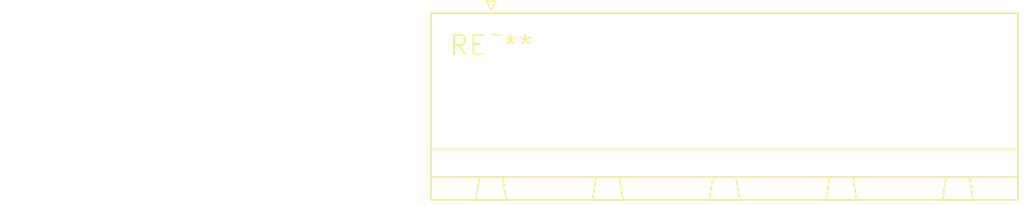
<source format=kicad_pcb>
(kicad_pcb (version 20240108) (generator pcbnew)
  (layers (0 "F.Cu" signal) (31 "B.Cu" signal) (34 "B.Paste" user) (35 "F.Paste" user) (36 "B.SilkS" user "B.Silkscreen") (37 "F.SilkS" user "F.Silkscreen") (38 "B.Mask" user) (39 "F.Mask" user) (44 "Edge.Cuts" user))
  (net 0 "")
  (footprint "PhoenixContact_GMSTBA_2,5_5-G-7,62_1x05_P7.62mm_Horizontal" (layer "F.Cu") (at 0 0)
    (property "Reference" "REF**")
    (property "Value" "PhoenixContact_GMSTBA_2,5_5-G-7,62_1x05_P7.62mm_Horizontal")
    (fp_line (start -3.92 -2.11) (end -3.92 10.11) (layer "F.SilkS") (stroke (width 0.12)))
    (fp_line (start -3.92 6.81) (end 34.4 6.81) (layer "F.SilkS") (stroke (width 0.12)))
    (fp_line (start -3.92 8.61) (end -3.92 6.81) (layer "F.SilkS") (stroke (width 0.12)))
    (fp_line (start -3.92 10.11) (end 34.4 10.11) (layer "F.SilkS") (stroke (width 0.12)))
    (fp_line (start -1 10.11) (end 1 10.11) (layer "F.SilkS") (stroke (width 0.12)))
    (fp_line (start -0.75 8.61) (end -1 10.11) (layer "F.SilkS") (stroke (width 0.12)))
    (fp_line (start -0.3 -2.91) (end 0.3 -2.91) (layer "F.SilkS") (stroke (width 0.12)))
    (fp_line (start 0 -2.31) (end -0.3 -2.91) (layer "F.SilkS") (stroke (width 0.12)))
    (fp_line (start 0.3 -2.91) (end 0 -2.31) (layer "F.SilkS") (stroke (width 0.12)))
    (fp_line (start 0.75 8.61) (end -0.75 8.61) (layer "F.SilkS") (stroke (width 0.12)))
    (fp_line (start 1 10.11) (end 0.75 8.61) (layer "F.SilkS") (stroke (width 0.12)))
    (fp_line (start 6.62 10.11) (end 8.62 10.11) (layer "F.SilkS") (stroke (width 0.12)))
    (fp_line (start 6.87 8.61) (end 6.62 10.11) (layer "F.SilkS") (stroke (width 0.12)))
    (fp_line (start 8.37 8.61) (end 6.87 8.61) (layer "F.SilkS") (stroke (width 0.12)))
    (fp_line (start 8.62 10.11) (end 8.37 8.61) (layer "F.SilkS") (stroke (width 0.12)))
    (fp_line (start 14.24 10.11) (end 16.24 10.11) (layer "F.SilkS") (stroke (width 0.12)))
    (fp_line (start 14.49 8.61) (end 14.24 10.11) (layer "F.SilkS") (stroke (width 0.12)))
    (fp_line (start 15.99 8.61) (end 14.49 8.61) (layer "F.SilkS") (stroke (width 0.12)))
    (fp_line (start 16.24 10.11) (end 15.99 8.61) (layer "F.SilkS") (stroke (width 0.12)))
    (fp_line (start 21.86 10.11) (end 23.86 10.11) (layer "F.SilkS") (stroke (width 0.12)))
    (fp_line (start 22.11 8.61) (end 21.86 10.11) (layer "F.SilkS") (stroke (width 0.12)))
    (fp_line (start 23.61 8.61) (end 22.11 8.61) (layer "F.SilkS") (stroke (width 0.12)))
    (fp_line (start 23.86 10.11) (end 23.61 8.61) (layer "F.SilkS") (stroke (width 0.12)))
    (fp_line (start 29.48 10.11) (end 31.48 10.11) (layer "F.SilkS") (stroke (width 0.12)))
    (fp_line (start 29.73 8.61) (end 29.48 10.11) (layer "F.SilkS") (stroke (width 0.12)))
    (fp_line (start 31.23 8.61) (end 29.73 8.61) (layer "F.SilkS") (stroke (width 0.12)))
    (fp_line (start 31.48 10.11) (end 31.23 8.61) (layer "F.SilkS") (stroke (width 0.12)))
    (fp_line (start 34.4 -2.11) (end -3.92 -2.11) (layer "F.SilkS") (stroke (width 0.12)))
    (fp_line (start 34.4 6.81) (end 34.4 8.61) (layer "F.SilkS") (stroke (width 0.12)))
    (fp_line (start 34.4 8.61) (end -3.92 8.61) (layer "F.SilkS") (stroke (width 0.12)))
    (fp_line (start 34.4 10.11) (end 34.4 -2.11) (layer "F.SilkS") (stroke (width 0.12)))
    (pad "1" thru_hole roundrect (at 0 0) (size 2.1 3.6) (drill 1.4) (layers *.Cu *.Mask) (remove_unused_layers) (roundrect_rratio 0.119048))
    (pad "2" thru_hole oval (at 7.62 0) (size 2.1 3.6) (drill 1.4) (layers *.Cu *.Mask) (remove_unused_layers))
    (pad "3" thru_hole oval (at 15.24 0) (size 2.1 3.6) (drill 1.4) (layers *.Cu *.Mask) (remove_unused_layers))
    (pad "4" thru_hole oval (at 22.86 0) (size 2.1 3.6) (drill 1.4) (layers *.Cu *.Mask) (remove_unused_layers))
    (pad "5" thru_hole oval (at 30.48 0) (size 2.1 3.6) (drill 1.4) (layers *.Cu *.Mask) (remove_unused_layers))
  )
)
</source>
